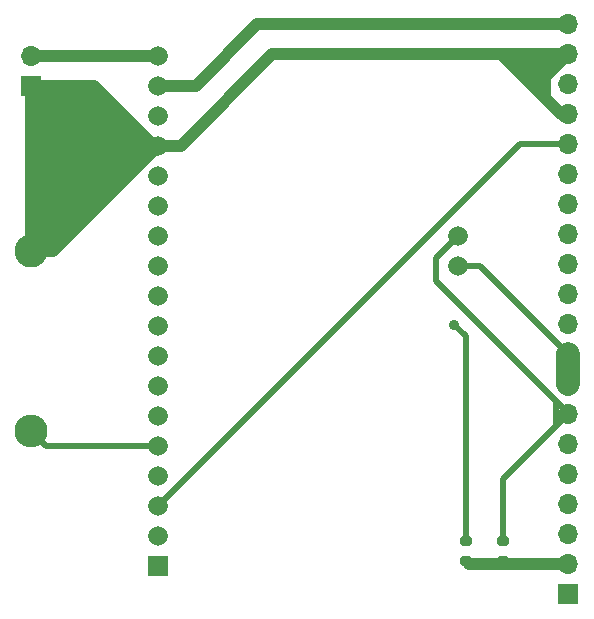
<source format=gbr>
%TF.GenerationSoftware,KiCad,Pcbnew,7.0.7*%
%TF.CreationDate,2023-09-15T19:34:08-06:00*%
%TF.ProjectId,hygienie_pcb,68796769-656e-4696-955f-7063622e6b69,00*%
%TF.SameCoordinates,Original*%
%TF.FileFunction,Copper,L1,Top*%
%TF.FilePolarity,Positive*%
%FSLAX46Y46*%
G04 Gerber Fmt 4.6, Leading zero omitted, Abs format (unit mm)*
G04 Created by KiCad (PCBNEW 7.0.7) date 2023-09-15 19:34:08*
%MOMM*%
%LPD*%
G01*
G04 APERTURE LIST*
G04 Aperture macros list*
%AMRoundRect*
0 Rectangle with rounded corners*
0 $1 Rounding radius*
0 $2 $3 $4 $5 $6 $7 $8 $9 X,Y pos of 4 corners*
0 Add a 4 corners polygon primitive as box body*
4,1,4,$2,$3,$4,$5,$6,$7,$8,$9,$2,$3,0*
0 Add four circle primitives for the rounded corners*
1,1,$1+$1,$2,$3*
1,1,$1+$1,$4,$5*
1,1,$1+$1,$6,$7*
1,1,$1+$1,$8,$9*
0 Add four rect primitives between the rounded corners*
20,1,$1+$1,$2,$3,$4,$5,0*
20,1,$1+$1,$4,$5,$6,$7,0*
20,1,$1+$1,$6,$7,$8,$9,0*
20,1,$1+$1,$8,$9,$2,$3,0*%
G04 Aperture macros list end*
%TA.AperFunction,SMDPad,CuDef*%
%ADD10RoundRect,0.200000X0.275000X-0.200000X0.275000X0.200000X-0.275000X0.200000X-0.275000X-0.200000X0*%
%TD*%
%TA.AperFunction,ComponentPad*%
%ADD11O,1.700000X1.700000*%
%TD*%
%TA.AperFunction,ComponentPad*%
%ADD12R,1.700000X1.700000*%
%TD*%
%TA.AperFunction,ComponentPad*%
%ADD13C,2.800000*%
%TD*%
%TA.AperFunction,ComponentPad*%
%ADD14O,2.800000X2.800000*%
%TD*%
%TA.AperFunction,ComponentPad*%
%ADD15R,1.665000X1.665000*%
%TD*%
%TA.AperFunction,ComponentPad*%
%ADD16C,1.665000*%
%TD*%
%TA.AperFunction,ViaPad*%
%ADD17C,0.900000*%
%TD*%
%TA.AperFunction,Conductor*%
%ADD18C,0.500000*%
%TD*%
%TA.AperFunction,Conductor*%
%ADD19C,1.000000*%
%TD*%
%TA.AperFunction,Conductor*%
%ADD20C,2.000000*%
%TD*%
G04 APERTURE END LIST*
D10*
%TO.P,R2,1*%
%TO.N,+3.3V*%
X122555000Y-126555000D03*
%TO.P,R2,2*%
%TO.N,/SDA*%
X122555000Y-124905000D03*
%TD*%
%TO.P,R1,2*%
%TO.N,/SCL*%
X125730000Y-124905000D03*
%TO.P,R1,1*%
%TO.N,+3.3V*%
X125730000Y-126555000D03*
%TD*%
D11*
%TO.P,U2,20,BS1*%
%TO.N,+3.3V*%
X131200000Y-81130000D03*
%TO.P,U2,19,BS2*%
%TO.N,GNDREF*%
X131200000Y-83670000D03*
%TO.P,U2,18,NC*%
%TO.N,unconnected-(U2-NC-Pad18)*%
X131200000Y-86210000D03*
%TO.P,U2,17,VSS*%
%TO.N,GNDREF*%
X131200000Y-88750000D03*
%TO.P,U2,16,~{RES}*%
%TO.N,/~{RST}*%
X131200000Y-91290000D03*
%TO.P,U2,15,NC*%
%TO.N,unconnected-(U2-NC-Pad15)*%
X131200000Y-93830000D03*
%TO.P,U2,14,VSS*%
%TO.N,GNDREF*%
X131200000Y-96370000D03*
%TO.P,U2,13,VSS*%
X131200000Y-98910000D03*
%TO.P,U2,12,VSS*%
X131200000Y-101450000D03*
%TO.P,U2,11,VSS*%
X131200000Y-103990000D03*
%TO.P,U2,10,VSS*%
X131200000Y-106530000D03*
%TO.P,U2,9,SDA_OUT*%
%TO.N,/SDA*%
X131200000Y-109070000D03*
%TO.P,U2,8,SDA_IN*%
X131200000Y-111610000D03*
%TO.P,U2,7,SCL*%
%TO.N,/SCL*%
X131200000Y-114150000D03*
%TO.P,U2,6,VSS*%
%TO.N,GNDREF*%
X131200000Y-116690000D03*
%TO.P,U2,5,VSS*%
X131200000Y-119230000D03*
%TO.P,U2,4,SA0*%
X131200000Y-121770000D03*
%TO.P,U2,3,NC*%
%TO.N,unconnected-(U2-NC-Pad3)*%
X131200000Y-124310000D03*
%TO.P,U2,2,VDD*%
%TO.N,+3.3V*%
X131200000Y-126850000D03*
D12*
%TO.P,U2,1,VSS*%
%TO.N,GNDREF*%
X131200000Y-129390000D03*
%TD*%
D13*
%TO.P,SW1,1,1*%
%TO.N,GNDREF*%
X85725000Y-100330000D03*
D14*
%TO.P,SW1,2,2*%
%TO.N,/Reed Switch*%
X85725000Y-115570000D03*
%TD*%
D15*
%TO.P,U1,1,IO3/RXD*%
%TO.N,unconnected-(U1-IO3{slash}RXD-Pad1)*%
X96520000Y-127000000D03*
D16*
%TO.P,U1,2,IO1/TXD*%
%TO.N,unconnected-(U1-IO1{slash}TXD-Pad2)*%
X96520000Y-124460000D03*
%TO.P,U1,3,IO25/D2*%
%TO.N,/~{RST}*%
X96520000Y-121920000D03*
%TO.P,U1,4,IO26/D3*%
%TO.N,unconnected-(U1-IO26{slash}D3-Pad4)*%
X96520000Y-119380000D03*
%TO.P,U1,5,IO27/D4*%
%TO.N,/Reed Switch*%
X96520000Y-116840000D03*
%TO.P,U1,6,IO9/D5*%
%TO.N,unconnected-(U1-IO9{slash}D5-Pad6)*%
X96520000Y-114300000D03*
%TO.P,U1,7,IO10/D6*%
%TO.N,unconnected-(U1-IO10{slash}D6-Pad7)*%
X96520000Y-111760000D03*
%TO.P,U1,8,IO13/D7*%
%TO.N,unconnected-(U1-IO13{slash}D7-Pad8)*%
X96520000Y-109220000D03*
%TO.P,U1,9,IO5/D8*%
%TO.N,unconnected-(U1-IO5{slash}D8-Pad9)*%
X96520000Y-106680000D03*
%TO.P,U1,10,IO2/D9*%
%TO.N,unconnected-(U1-IO2{slash}D9-Pad10)*%
X96520000Y-104140000D03*
%TO.P,U1,11,IO6/CLK*%
%TO.N,unconnected-(U1-IO6{slash}CLK-Pad11)*%
X96520000Y-101600000D03*
%TO.P,U1,12,IO7/SD0*%
%TO.N,unconnected-(U1-IO7{slash}SD0-Pad12)*%
X96520000Y-99060000D03*
%TO.P,U1,13,IO8/SD1*%
%TO.N,unconnected-(U1-IO8{slash}SD1-Pad13)*%
X96520000Y-96520000D03*
%TO.P,U1,14,IO11/CMD*%
%TO.N,unconnected-(U1-IO11{slash}CMD-Pad14)*%
X96520000Y-93980000D03*
%TO.P,U1,15,GND*%
%TO.N,GNDREF*%
X96520000Y-91440000D03*
%TO.P,U1,16,AREF*%
%TO.N,unconnected-(U1-AREF-Pad16)*%
X96520000Y-88900000D03*
%TO.P,U1,17,3V3*%
%TO.N,+3.3V*%
X96520000Y-86360000D03*
%TO.P,U1,18,VCC*%
%TO.N,VCC*%
X96520000Y-83820000D03*
%TO.P,U1,29,SDA/IO21*%
%TO.N,/SDA*%
X121920000Y-101600000D03*
%TO.P,U1,30,SCL/IO22*%
%TO.N,/SCL*%
X121920000Y-99060000D03*
%TD*%
D12*
%TO.P,J1,1,Pin_1*%
%TO.N,GNDREF*%
X85725000Y-86365000D03*
D11*
%TO.P,J1,2,Pin_2*%
%TO.N,VCC*%
X85725000Y-83825000D03*
%TD*%
D17*
%TO.N,/SDA*%
X121600000Y-106600000D03*
%TD*%
D18*
%TO.N,/SDA*%
X122555000Y-107555000D02*
X122555000Y-124905000D01*
X121600000Y-106600000D02*
X122555000Y-107555000D01*
%TO.N,/Reed Switch*%
X85725000Y-115570000D02*
X86995000Y-116840000D01*
X86995000Y-116840000D02*
X96520000Y-116840000D01*
D19*
%TO.N,+3.3V*%
X131200000Y-126850000D02*
X122850000Y-126850000D01*
X96520000Y-86360000D02*
X99695000Y-86360000D01*
X99695000Y-86360000D02*
X104925000Y-81130000D01*
X104925000Y-81130000D02*
X131200000Y-81130000D01*
D18*
X122850000Y-126850000D02*
X122555000Y-126555000D01*
%TO.N,/SCL*%
X120015000Y-100965000D02*
X120015000Y-102870000D01*
X130295000Y-115055000D02*
X125730000Y-119620000D01*
X121920000Y-99060000D02*
X120015000Y-100965000D01*
X130175000Y-114935000D02*
X130175000Y-113030000D01*
X120015000Y-102870000D02*
X130175000Y-113030000D01*
X131200000Y-114055000D02*
X131200000Y-114150000D01*
X125730000Y-119620000D02*
X125730000Y-124905000D01*
X130175000Y-113030000D02*
X131200000Y-114055000D01*
X131200000Y-114150000D02*
X130295000Y-115055000D01*
X130295000Y-115055000D02*
X130175000Y-114935000D01*
%TO.N,/SDA*%
X123730000Y-101600000D02*
X121920000Y-101600000D01*
D20*
X131200000Y-111610000D02*
X131200000Y-109070000D01*
D18*
X131200000Y-109070000D02*
X123730000Y-101600000D01*
%TO.N,/~{RST}*%
X127150000Y-91290000D02*
X131200000Y-91290000D01*
X96520000Y-121920000D02*
X127150000Y-91290000D01*
D19*
%TO.N,GNDREF*%
X129540000Y-87630000D02*
X130660000Y-88750000D01*
X125730000Y-83820000D02*
X125730000Y-83670000D01*
X129300000Y-85570000D02*
X129300000Y-87390000D01*
X129540000Y-87630000D02*
X125730000Y-83820000D01*
X125730000Y-83670000D02*
X131200000Y-83670000D01*
X131200000Y-83670000D02*
X129300000Y-85570000D01*
X129300000Y-87390000D02*
X129540000Y-87630000D01*
X96202500Y-91440000D02*
X96520000Y-91440000D01*
X96520000Y-91440000D02*
X98425000Y-91440000D01*
X98425000Y-91440000D02*
X106195000Y-83670000D01*
X96520000Y-91440000D02*
X87630000Y-100330000D01*
X87630000Y-100330000D02*
X85725000Y-100330000D01*
X85725000Y-86365000D02*
X91127500Y-86365000D01*
X91127500Y-86365000D02*
X96202500Y-91440000D01*
X130660000Y-88750000D02*
X131200000Y-88750000D01*
X85725000Y-86365000D02*
X85725000Y-100330000D01*
X106195000Y-83670000D02*
X125730000Y-83670000D01*
%TO.N,VCC*%
X85725000Y-83825000D02*
X96515000Y-83825000D01*
X96515000Y-83825000D02*
X96520000Y-83820000D01*
%TD*%
%TA.AperFunction,Conductor*%
%TO.N,GNDREF*%
G36*
X129800882Y-83719685D02*
G01*
X129846637Y-83772489D01*
X129857371Y-83813193D01*
X129865430Y-83905315D01*
X129865432Y-83905326D01*
X129926566Y-84133483D01*
X129926570Y-84133492D01*
X130026399Y-84347578D01*
X130161894Y-84541082D01*
X130233000Y-84612188D01*
X130266485Y-84673511D01*
X130261501Y-84743203D01*
X130237998Y-84782250D01*
X129599999Y-85500001D01*
X129513108Y-87585377D01*
X129490650Y-87651539D01*
X129435987Y-87695056D01*
X129366475Y-87702112D01*
X129304182Y-87670466D01*
X129295068Y-87660913D01*
X127442857Y-85500000D01*
X126075454Y-83904696D01*
X126046772Y-83840987D01*
X126057087Y-83771883D01*
X126103125Y-83719326D01*
X126169603Y-83700000D01*
X129733843Y-83700000D01*
X129800882Y-83719685D01*
G37*
%TD.AperFunction*%
%TD*%
%TA.AperFunction,Conductor*%
%TO.N,GNDREF*%
G36*
X91217068Y-86319685D02*
G01*
X91236008Y-86334649D01*
X96408403Y-91311860D01*
X96443061Y-91372528D01*
X96439417Y-91442303D01*
X96409614Y-91489381D01*
X87533404Y-100266966D01*
X87471895Y-100300108D01*
X87453092Y-100302605D01*
X85831811Y-100392677D01*
X85763783Y-100376742D01*
X85715170Y-100326557D01*
X85700936Y-100267989D01*
X85700944Y-100266966D01*
X85799126Y-86423121D01*
X85819287Y-86356222D01*
X85872414Y-86310843D01*
X85923124Y-86300000D01*
X91150029Y-86300000D01*
X91217068Y-86319685D01*
G37*
%TD.AperFunction*%
%TD*%
M02*

</source>
